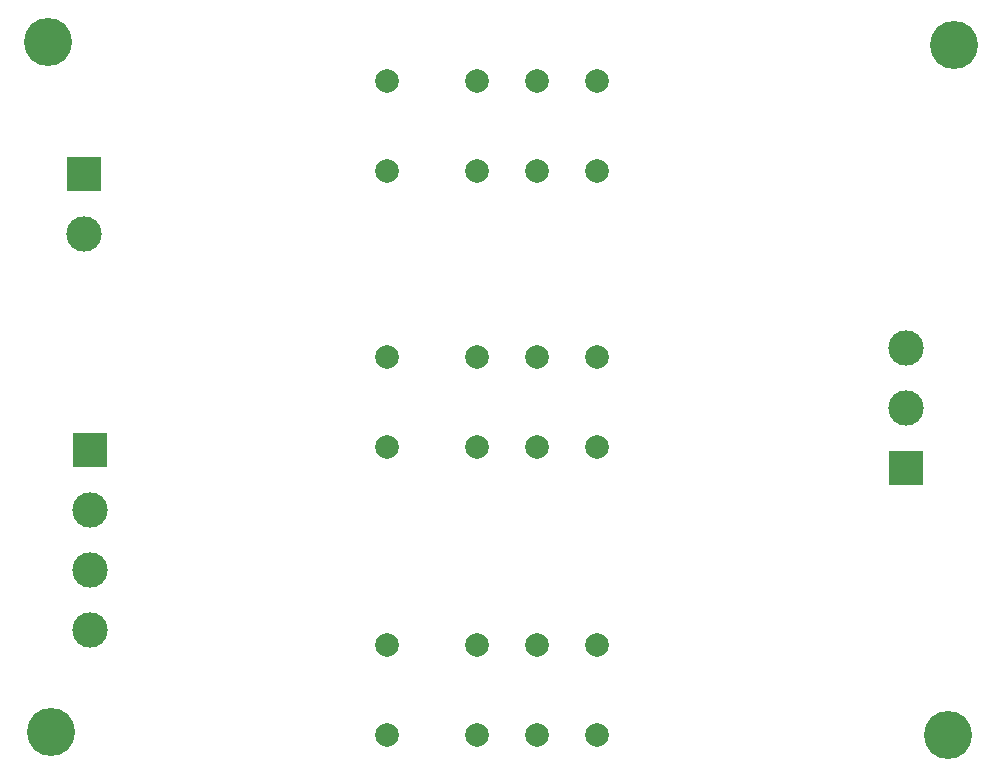
<source format=gbs>
G04 (created by PCBNEW (2013-07-07 BZR 4022)-stable) date 5/6/2015 4:58:16 PM*
%MOIN*%
G04 Gerber Fmt 3.4, Leading zero omitted, Abs format*
%FSLAX34Y34*%
G01*
G70*
G90*
G04 APERTURE LIST*
%ADD10C,0.00590551*%
%ADD11C,0.0787*%
%ADD12R,0.1181X0.1181*%
%ADD13C,0.1181*%
%ADD14C,0.16*%
G04 APERTURE END LIST*
G54D10*
G54D11*
X60700Y-44500D03*
X63700Y-44500D03*
X65700Y-44500D03*
X67700Y-44500D03*
X67700Y-41500D03*
X65700Y-41500D03*
X63700Y-41500D03*
X60700Y-41500D03*
X60700Y-53700D03*
X63700Y-53700D03*
X65700Y-53700D03*
X67700Y-53700D03*
X67700Y-50700D03*
X65700Y-50700D03*
X63700Y-50700D03*
X60700Y-50700D03*
X60700Y-63300D03*
X63700Y-63300D03*
X65700Y-63300D03*
X67700Y-63300D03*
X67700Y-60300D03*
X65700Y-60300D03*
X63700Y-60300D03*
X60700Y-60300D03*
G54D12*
X78000Y-54400D03*
G54D13*
X78000Y-52400D03*
X78000Y-50400D03*
G54D12*
X50600Y-44600D03*
G54D13*
X50600Y-46600D03*
G54D12*
X50800Y-53800D03*
G54D13*
X50800Y-55800D03*
X50800Y-57800D03*
X50800Y-59800D03*
G54D14*
X79600Y-40300D03*
X79400Y-63300D03*
X49400Y-40200D03*
X49500Y-63200D03*
M02*

</source>
